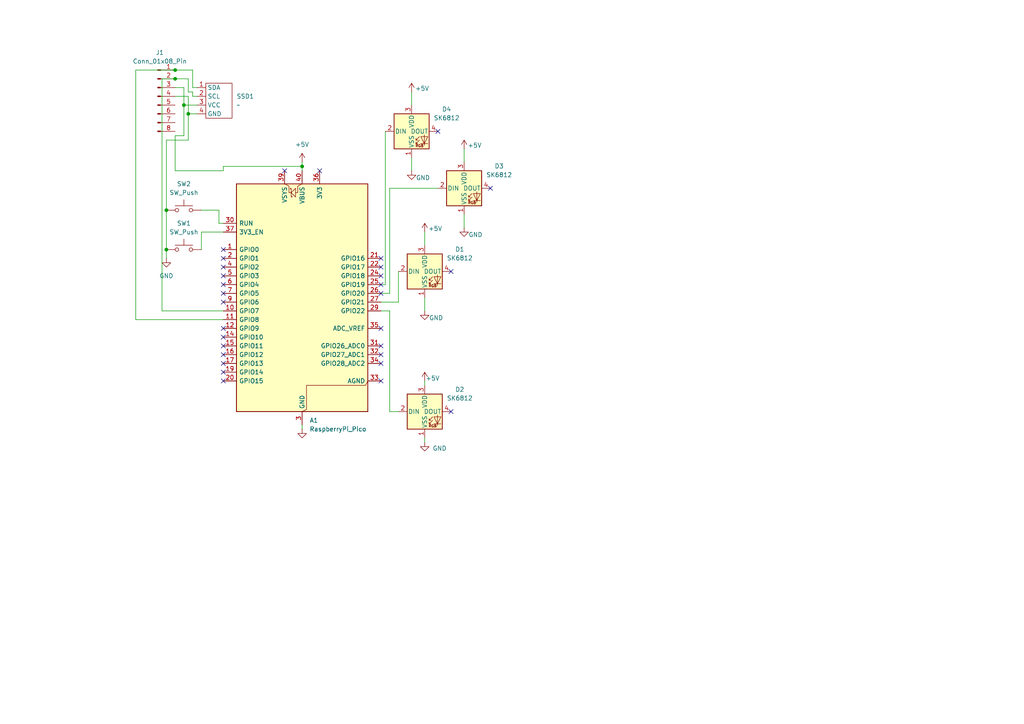
<source format=kicad_sch>
(kicad_sch
	(version 20250114)
	(generator "eeschema")
	(generator_version "9.0")
	(uuid "dd08e0d4-6302-45cc-b466-5ca642ff4647")
	(paper "A4")
	(lib_symbols
		(symbol "Connector:Conn_01x08_Pin"
			(pin_names
				(offset 1.016)
				(hide yes)
			)
			(exclude_from_sim no)
			(in_bom yes)
			(on_board yes)
			(property "Reference" "J"
				(at 0 10.16 0)
				(effects
					(font
						(size 1.27 1.27)
					)
				)
			)
			(property "Value" "Conn_01x08_Pin"
				(at 0 -12.7 0)
				(effects
					(font
						(size 1.27 1.27)
					)
				)
			)
			(property "Footprint" ""
				(at 0 0 0)
				(effects
					(font
						(size 1.27 1.27)
					)
					(hide yes)
				)
			)
			(property "Datasheet" "~"
				(at 0 0 0)
				(effects
					(font
						(size 1.27 1.27)
					)
					(hide yes)
				)
			)
			(property "Description" "Generic connector, single row, 01x08, script generated"
				(at 0 0 0)
				(effects
					(font
						(size 1.27 1.27)
					)
					(hide yes)
				)
			)
			(property "ki_locked" ""
				(at 0 0 0)
				(effects
					(font
						(size 1.27 1.27)
					)
				)
			)
			(property "ki_keywords" "connector"
				(at 0 0 0)
				(effects
					(font
						(size 1.27 1.27)
					)
					(hide yes)
				)
			)
			(property "ki_fp_filters" "Connector*:*_1x??_*"
				(at 0 0 0)
				(effects
					(font
						(size 1.27 1.27)
					)
					(hide yes)
				)
			)
			(symbol "Conn_01x08_Pin_1_1"
				(rectangle
					(start 0.8636 7.747)
					(end 0 7.493)
					(stroke
						(width 0.1524)
						(type default)
					)
					(fill
						(type outline)
					)
				)
				(rectangle
					(start 0.8636 5.207)
					(end 0 4.953)
					(stroke
						(width 0.1524)
						(type default)
					)
					(fill
						(type outline)
					)
				)
				(rectangle
					(start 0.8636 2.667)
					(end 0 2.413)
					(stroke
						(width 0.1524)
						(type default)
					)
					(fill
						(type outline)
					)
				)
				(rectangle
					(start 0.8636 0.127)
					(end 0 -0.127)
					(stroke
						(width 0.1524)
						(type default)
					)
					(fill
						(type outline)
					)
				)
				(rectangle
					(start 0.8636 -2.413)
					(end 0 -2.667)
					(stroke
						(width 0.1524)
						(type default)
					)
					(fill
						(type outline)
					)
				)
				(rectangle
					(start 0.8636 -4.953)
					(end 0 -5.207)
					(stroke
						(width 0.1524)
						(type default)
					)
					(fill
						(type outline)
					)
				)
				(rectangle
					(start 0.8636 -7.493)
					(end 0 -7.747)
					(stroke
						(width 0.1524)
						(type default)
					)
					(fill
						(type outline)
					)
				)
				(rectangle
					(start 0.8636 -10.033)
					(end 0 -10.287)
					(stroke
						(width 0.1524)
						(type default)
					)
					(fill
						(type outline)
					)
				)
				(polyline
					(pts
						(xy 1.27 7.62) (xy 0.8636 7.62)
					)
					(stroke
						(width 0.1524)
						(type default)
					)
					(fill
						(type none)
					)
				)
				(polyline
					(pts
						(xy 1.27 5.08) (xy 0.8636 5.08)
					)
					(stroke
						(width 0.1524)
						(type default)
					)
					(fill
						(type none)
					)
				)
				(polyline
					(pts
						(xy 1.27 2.54) (xy 0.8636 2.54)
					)
					(stroke
						(width 0.1524)
						(type default)
					)
					(fill
						(type none)
					)
				)
				(polyline
					(pts
						(xy 1.27 0) (xy 0.8636 0)
					)
					(stroke
						(width 0.1524)
						(type default)
					)
					(fill
						(type none)
					)
				)
				(polyline
					(pts
						(xy 1.27 -2.54) (xy 0.8636 -2.54)
					)
					(stroke
						(width 0.1524)
						(type default)
					)
					(fill
						(type none)
					)
				)
				(polyline
					(pts
						(xy 1.27 -5.08) (xy 0.8636 -5.08)
					)
					(stroke
						(width 0.1524)
						(type default)
					)
					(fill
						(type none)
					)
				)
				(polyline
					(pts
						(xy 1.27 -7.62) (xy 0.8636 -7.62)
					)
					(stroke
						(width 0.1524)
						(type default)
					)
					(fill
						(type none)
					)
				)
				(polyline
					(pts
						(xy 1.27 -10.16) (xy 0.8636 -10.16)
					)
					(stroke
						(width 0.1524)
						(type default)
					)
					(fill
						(type none)
					)
				)
				(pin passive line
					(at 5.08 7.62 180)
					(length 3.81)
					(name "Pin_1"
						(effects
							(font
								(size 1.27 1.27)
							)
						)
					)
					(number "1"
						(effects
							(font
								(size 1.27 1.27)
							)
						)
					)
				)
				(pin passive line
					(at 5.08 5.08 180)
					(length 3.81)
					(name "Pin_2"
						(effects
							(font
								(size 1.27 1.27)
							)
						)
					)
					(number "2"
						(effects
							(font
								(size 1.27 1.27)
							)
						)
					)
				)
				(pin passive line
					(at 5.08 2.54 180)
					(length 3.81)
					(name "Pin_3"
						(effects
							(font
								(size 1.27 1.27)
							)
						)
					)
					(number "3"
						(effects
							(font
								(size 1.27 1.27)
							)
						)
					)
				)
				(pin passive line
					(at 5.08 0 180)
					(length 3.81)
					(name "Pin_4"
						(effects
							(font
								(size 1.27 1.27)
							)
						)
					)
					(number "4"
						(effects
							(font
								(size 1.27 1.27)
							)
						)
					)
				)
				(pin passive line
					(at 5.08 -2.54 180)
					(length 3.81)
					(name "Pin_5"
						(effects
							(font
								(size 1.27 1.27)
							)
						)
					)
					(number "5"
						(effects
							(font
								(size 1.27 1.27)
							)
						)
					)
				)
				(pin passive line
					(at 5.08 -5.08 180)
					(length 3.81)
					(name "Pin_6"
						(effects
							(font
								(size 1.27 1.27)
							)
						)
					)
					(number "6"
						(effects
							(font
								(size 1.27 1.27)
							)
						)
					)
				)
				(pin passive line
					(at 5.08 -7.62 180)
					(length 3.81)
					(name "Pin_7"
						(effects
							(font
								(size 1.27 1.27)
							)
						)
					)
					(number "7"
						(effects
							(font
								(size 1.27 1.27)
							)
						)
					)
				)
				(pin passive line
					(at 5.08 -10.16 180)
					(length 3.81)
					(name "Pin_8"
						(effects
							(font
								(size 1.27 1.27)
							)
						)
					)
					(number "8"
						(effects
							(font
								(size 1.27 1.27)
							)
						)
					)
				)
			)
			(embedded_fonts no)
		)
		(symbol "LED:SK6812"
			(pin_names
				(offset 0.254)
			)
			(exclude_from_sim no)
			(in_bom yes)
			(on_board yes)
			(property "Reference" "D"
				(at 5.08 5.715 0)
				(effects
					(font
						(size 1.27 1.27)
					)
					(justify right bottom)
				)
			)
			(property "Value" "SK6812"
				(at 1.27 -5.715 0)
				(effects
					(font
						(size 1.27 1.27)
					)
					(justify left top)
				)
			)
			(property "Footprint" "LED_SMD:LED_SK6812_PLCC4_5.0x5.0mm_P3.2mm"
				(at 1.27 -7.62 0)
				(effects
					(font
						(size 1.27 1.27)
					)
					(justify left top)
					(hide yes)
				)
			)
			(property "Datasheet" "https://cdn-shop.adafruit.com/product-files/1138/SK6812+LED+datasheet+.pdf"
				(at 2.54 -9.525 0)
				(effects
					(font
						(size 1.27 1.27)
					)
					(justify left top)
					(hide yes)
				)
			)
			(property "Description" "RGB LED with integrated controller"
				(at 0 0 0)
				(effects
					(font
						(size 1.27 1.27)
					)
					(hide yes)
				)
			)
			(property "ki_keywords" "RGB LED NeoPixel addressable"
				(at 0 0 0)
				(effects
					(font
						(size 1.27 1.27)
					)
					(hide yes)
				)
			)
			(property "ki_fp_filters" "LED*SK6812*PLCC*5.0x5.0mm*P3.2mm*"
				(at 0 0 0)
				(effects
					(font
						(size 1.27 1.27)
					)
					(hide yes)
				)
			)
			(symbol "SK6812_0_0"
				(text "RGB"
					(at 2.286 -4.191 0)
					(effects
						(font
							(size 0.762 0.762)
						)
					)
				)
			)
			(symbol "SK6812_0_1"
				(polyline
					(pts
						(xy 1.27 -2.54) (xy 1.778 -2.54)
					)
					(stroke
						(width 0)
						(type default)
					)
					(fill
						(type none)
					)
				)
				(polyline
					(pts
						(xy 1.27 -3.556) (xy 1.778 -3.556)
					)
					(stroke
						(width 0)
						(type default)
					)
					(fill
						(type none)
					)
				)
				(polyline
					(pts
						(xy 2.286 -1.524) (xy 1.27 -2.54) (xy 1.27 -2.032)
					)
					(stroke
						(width 0)
						(type default)
					)
					(fill
						(type none)
					)
				)
				(polyline
					(pts
						(xy 2.286 -2.54) (xy 1.27 -3.556) (xy 1.27 -3.048)
					)
					(stroke
						(width 0)
						(type default)
					)
					(fill
						(type none)
					)
				)
				(polyline
					(pts
						(xy 3.683 -1.016) (xy 3.683 -3.556) (xy 3.683 -4.064)
					)
					(stroke
						(width 0)
						(type default)
					)
					(fill
						(type none)
					)
				)
				(polyline
					(pts
						(xy 4.699 -1.524) (xy 2.667 -1.524) (xy 3.683 -3.556) (xy 4.699 -1.524)
					)
					(stroke
						(width 0)
						(type default)
					)
					(fill
						(type none)
					)
				)
				(polyline
					(pts
						(xy 4.699 -3.556) (xy 2.667 -3.556)
					)
					(stroke
						(width 0)
						(type default)
					)
					(fill
						(type none)
					)
				)
				(rectangle
					(start 5.08 5.08)
					(end -5.08 -5.08)
					(stroke
						(width 0.254)
						(type default)
					)
					(fill
						(type background)
					)
				)
			)
			(symbol "SK6812_1_1"
				(pin input line
					(at -7.62 0 0)
					(length 2.54)
					(name "DIN"
						(effects
							(font
								(size 1.27 1.27)
							)
						)
					)
					(number "2"
						(effects
							(font
								(size 1.27 1.27)
							)
						)
					)
				)
				(pin power_in line
					(at 0 7.62 270)
					(length 2.54)
					(name "VDD"
						(effects
							(font
								(size 1.27 1.27)
							)
						)
					)
					(number "3"
						(effects
							(font
								(size 1.27 1.27)
							)
						)
					)
				)
				(pin power_in line
					(at 0 -7.62 90)
					(length 2.54)
					(name "VSS"
						(effects
							(font
								(size 1.27 1.27)
							)
						)
					)
					(number "1"
						(effects
							(font
								(size 1.27 1.27)
							)
						)
					)
				)
				(pin output line
					(at 7.62 0 180)
					(length 2.54)
					(name "DOUT"
						(effects
							(font
								(size 1.27 1.27)
							)
						)
					)
					(number "4"
						(effects
							(font
								(size 1.27 1.27)
							)
						)
					)
				)
			)
			(embedded_fonts no)
		)
		(symbol "MCU_Module:RaspberryPi_Pico"
			(pin_names
				(offset 0.762)
			)
			(exclude_from_sim no)
			(in_bom yes)
			(on_board yes)
			(property "Reference" "A"
				(at -19.05 35.56 0)
				(effects
					(font
						(size 1.27 1.27)
					)
					(justify left)
				)
			)
			(property "Value" "RaspberryPi_Pico"
				(at 7.62 35.56 0)
				(effects
					(font
						(size 1.27 1.27)
					)
					(justify left)
				)
			)
			(property "Footprint" "Module:RaspberryPi_Pico_Common_Unspecified"
				(at 0 -46.99 0)
				(effects
					(font
						(size 1.27 1.27)
					)
					(hide yes)
				)
			)
			(property "Datasheet" "https://datasheets.raspberrypi.com/pico/pico-datasheet.pdf"
				(at 0 -49.53 0)
				(effects
					(font
						(size 1.27 1.27)
					)
					(hide yes)
				)
			)
			(property "Description" "Versatile and inexpensive microcontroller module powered by RP2040 dual-core Arm Cortex-M0+ processor up to 133 MHz, 264kB SRAM, 2MB QSPI flash; also supports Raspberry Pi Pico 2"
				(at 0 -52.07 0)
				(effects
					(font
						(size 1.27 1.27)
					)
					(hide yes)
				)
			)
			(property "ki_keywords" "RP2350A M33 RISC-V Hazard3 usb"
				(at 0 0 0)
				(effects
					(font
						(size 1.27 1.27)
					)
					(hide yes)
				)
			)
			(property "ki_fp_filters" "RaspberryPi?Pico?Common* RaspberryPi?Pico?SMD*"
				(at 0 0 0)
				(effects
					(font
						(size 1.27 1.27)
					)
					(hide yes)
				)
			)
			(symbol "RaspberryPi_Pico_0_1"
				(rectangle
					(start -19.05 34.29)
					(end 19.05 -31.75)
					(stroke
						(width 0.254)
						(type default)
					)
					(fill
						(type background)
					)
				)
				(polyline
					(pts
						(xy -5.08 34.29) (xy -3.81 33.655) (xy -3.81 31.75) (xy -3.175 31.75)
					)
					(stroke
						(width 0)
						(type default)
					)
					(fill
						(type none)
					)
				)
				(polyline
					(pts
						(xy -3.429 32.766) (xy -3.429 33.02) (xy -3.175 33.02) (xy -3.175 30.48) (xy -2.921 30.48) (xy -2.921 30.734)
					)
					(stroke
						(width 0)
						(type default)
					)
					(fill
						(type none)
					)
				)
				(polyline
					(pts
						(xy -3.175 31.75) (xy -1.905 33.02) (xy -1.905 30.48) (xy -3.175 31.75)
					)
					(stroke
						(width 0)
						(type default)
					)
					(fill
						(type none)
					)
				)
				(polyline
					(pts
						(xy 0 34.29) (xy -1.27 33.655) (xy -1.27 31.75) (xy -1.905 31.75)
					)
					(stroke
						(width 0)
						(type default)
					)
					(fill
						(type none)
					)
				)
				(polyline
					(pts
						(xy 0 -31.75) (xy 1.27 -31.115) (xy 1.27 -24.13) (xy 18.415 -24.13) (xy 19.05 -22.86)
					)
					(stroke
						(width 0)
						(type default)
					)
					(fill
						(type none)
					)
				)
			)
			(symbol "RaspberryPi_Pico_1_1"
				(pin passive line
					(at -22.86 22.86 0)
					(length 3.81)
					(name "RUN"
						(effects
							(font
								(size 1.27 1.27)
							)
						)
					)
					(number "30"
						(effects
							(font
								(size 1.27 1.27)
							)
						)
					)
					(alternate "~{RESET}" passive line)
				)
				(pin passive line
					(at -22.86 20.32 0)
					(length 3.81)
					(name "3V3_EN"
						(effects
							(font
								(size 1.27 1.27)
							)
						)
					)
					(number "37"
						(effects
							(font
								(size 1.27 1.27)
							)
						)
					)
					(alternate "~{3V3_DISABLE}" passive line)
				)
				(pin bidirectional line
					(at -22.86 15.24 0)
					(length 3.81)
					(name "GPIO0"
						(effects
							(font
								(size 1.27 1.27)
							)
						)
					)
					(number "1"
						(effects
							(font
								(size 1.27 1.27)
							)
						)
					)
					(alternate "I2C0_SDA" bidirectional line)
					(alternate "PWM0_A" output line)
					(alternate "SPI0_RX" input line)
					(alternate "UART0_TX" output line)
					(alternate "USB_OVCUR_DET" input line)
				)
				(pin bidirectional line
					(at -22.86 12.7 0)
					(length 3.81)
					(name "GPIO1"
						(effects
							(font
								(size 1.27 1.27)
							)
						)
					)
					(number "2"
						(effects
							(font
								(size 1.27 1.27)
							)
						)
					)
					(alternate "I2C0_SCL" bidirectional clock)
					(alternate "PWM0_B" bidirectional line)
					(alternate "UART0_RX" input line)
					(alternate "USB_VBUS_DET" passive line)
					(alternate "~{SPI0_CSn}" bidirectional line)
				)
				(pin bidirectional line
					(at -22.86 10.16 0)
					(length 3.81)
					(name "GPIO2"
						(effects
							(font
								(size 1.27 1.27)
							)
						)
					)
					(number "4"
						(effects
							(font
								(size 1.27 1.27)
							)
						)
					)
					(alternate "I2C1_SDA" bidirectional line)
					(alternate "PWM1_A" output line)
					(alternate "SPI0_SCK" bidirectional clock)
					(alternate "UART0_CTS" input line)
					(alternate "USB_VBUS_EN" output line)
				)
				(pin bidirectional line
					(at -22.86 7.62 0)
					(length 3.81)
					(name "GPIO3"
						(effects
							(font
								(size 1.27 1.27)
							)
						)
					)
					(number "5"
						(effects
							(font
								(size 1.27 1.27)
							)
						)
					)
					(alternate "I2C1_SCL" bidirectional clock)
					(alternate "PWM1_B" bidirectional line)
					(alternate "SPI0_TX" output line)
					(alternate "UART0_RTS" output line)
					(alternate "USB_OVCUR_DET" input line)
				)
				(pin bidirectional line
					(at -22.86 5.08 0)
					(length 3.81)
					(name "GPIO4"
						(effects
							(font
								(size 1.27 1.27)
							)
						)
					)
					(number "6"
						(effects
							(font
								(size 1.27 1.27)
							)
						)
					)
					(alternate "I2C0_SDA" bidirectional line)
					(alternate "PWM2_A" output line)
					(alternate "SPI0_RX" input line)
					(alternate "UART1_TX" output line)
					(alternate "USB_VBUS_DET" input line)
				)
				(pin bidirectional line
					(at -22.86 2.54 0)
					(length 3.81)
					(name "GPIO5"
						(effects
							(font
								(size 1.27 1.27)
							)
						)
					)
					(number "7"
						(effects
							(font
								(size 1.27 1.27)
							)
						)
					)
					(alternate "I2C0_SCL" bidirectional clock)
					(alternate "PWM2_B" bidirectional line)
					(alternate "UART1_RX" input line)
					(alternate "USB_VBUS_EN" output line)
					(alternate "~{SPI0_CSn}" bidirectional line)
				)
				(pin bidirectional line
					(at -22.86 0 0)
					(length 3.81)
					(name "GPIO6"
						(effects
							(font
								(size 1.27 1.27)
							)
						)
					)
					(number "9"
						(effects
							(font
								(size 1.27 1.27)
							)
						)
					)
					(alternate "I2C1_SDA" bidirectional line)
					(alternate "PWM3_A" output line)
					(alternate "SPI0_SCK" bidirectional clock)
					(alternate "UART1_CTS" input line)
					(alternate "USB_OVCUR_DET" input line)
				)
				(pin bidirectional line
					(at -22.86 -2.54 0)
					(length 3.81)
					(name "GPIO7"
						(effects
							(font
								(size 1.27 1.27)
							)
						)
					)
					(number "10"
						(effects
							(font
								(size 1.27 1.27)
							)
						)
					)
					(alternate "I2C1_SCL" bidirectional clock)
					(alternate "PWM3_B" bidirectional line)
					(alternate "SPI0_TX" output line)
					(alternate "UART1_RTS" output line)
					(alternate "USB_VBUS_DET" input line)
				)
				(pin bidirectional line
					(at -22.86 -5.08 0)
					(length 3.81)
					(name "GPIO8"
						(effects
							(font
								(size 1.27 1.27)
							)
						)
					)
					(number "11"
						(effects
							(font
								(size 1.27 1.27)
							)
						)
					)
					(alternate "I2C0_SDA" bidirectional line)
					(alternate "PWM4_A" output line)
					(alternate "SPI1_RX" input line)
					(alternate "UART1_TX" output line)
					(alternate "USB_VBUS_EN" output line)
				)
				(pin bidirectional line
					(at -22.86 -7.62 0)
					(length 3.81)
					(name "GPIO9"
						(effects
							(font
								(size 1.27 1.27)
							)
						)
					)
					(number "12"
						(effects
							(font
								(size 1.27 1.27)
							)
						)
					)
					(alternate "I2C0_SCL" bidirectional clock)
					(alternate "PWM4_B" bidirectional line)
					(alternate "UART1_RX" input line)
					(alternate "USB_OVCUR_DET" input line)
					(alternate "~{SPI1_CSn}" bidirectional line)
				)
				(pin bidirectional line
					(at -22.86 -10.16 0)
					(length 3.81)
					(name "GPIO10"
						(effects
							(font
								(size 1.27 1.27)
							)
						)
					)
					(number "14"
						(effects
							(font
								(size 1.27 1.27)
							)
						)
					)
					(alternate "I2C1_SDA" bidirectional line)
					(alternate "PWM5_A" output line)
					(alternate "SPI1_SCK" bidirectional clock)
					(alternate "UART1_CTS" input line)
					(alternate "USB_VBUS_DET" input line)
				)
				(pin bidirectional line
					(at -22.86 -12.7 0)
					(length 3.81)
					(name "GPIO11"
						(effects
							(font
								(size 1.27 1.27)
							)
						)
					)
					(number "15"
						(effects
							(font
								(size 1.27 1.27)
							)
						)
					)
					(alternate "I2C1_SCL" bidirectional clock)
					(alternate "PWM5_B" bidirectional line)
					(alternate "SPI1_TX" output line)
					(alternate "UART1_RTS" output line)
					(alternate "USB_VBUS_EN" output line)
				)
				(pin bidirectional line
					(at -22.86 -15.24 0)
					(length 3.81)
					(name "GPIO12"
						(effects
							(font
								(size 1.27 1.27)
							)
						)
					)
					(number "16"
						(effects
							(font
								(size 1.27 1.27)
							)
						)
					)
					(alternate "I2C0_SDA" bidirectional line)
					(alternate "PWM6_A" output line)
					(alternate "SPI1_RX" input line)
					(alternate "UART0_TX" output line)
					(alternate "USB_OVCUR_DET" input line)
				)
				(pin bidirectional line
					(at -22.86 -17.78 0)
					(length 3.81)
					(name "GPIO13"
						(effects
							(font
								(size 1.27 1.27)
							)
						)
					)
					(number "17"
						(effects
							(font
								(size 1.27 1.27)
							)
						)
					)
					(alternate "I2C0_SCL" bidirectional clock)
					(alternate "PWM6_B" bidirectional line)
					(alternate "UART0_RX" input line)
					(alternate "USB_VBUS_DET" input line)
					(alternate "~{SPI1_CSn}" bidirectional line)
				)
				(pin bidirectional line
					(at -22.86 -20.32 0)
					(length 3.81)
					(name "GPIO14"
						(effects
							(font
								(size 1.27 1.27)
							)
						)
					)
					(number "19"
						(effects
							(font
								(size 1.27 1.27)
							)
						)
					)
					(alternate "I2C1_SDA" bidirectional line)
					(alternate "PWM7_A" output line)
					(alternate "SPI1_SCK" bidirectional clock)
					(alternate "UART0_CTS" input line)
					(alternate "USB_VBUS_EN" output line)
				)
				(pin bidirectional line
					(at -22.86 -22.86 0)
					(length 3.81)
					(name "GPIO15"
						(effects
							(font
								(size 1.27 1.27)
							)
						)
					)
					(number "20"
						(effects
							(font
								(size 1.27 1.27)
							)
						)
					)
					(alternate "I2C1_SCL" bidirectional clock)
					(alternate "PWM7_B" bidirectional line)
					(alternate "SPI1_TX" output line)
					(alternate "UART0_RTS" output line)
					(alternate "USB_OVCUR_DET" input line)
				)
				(pin power_in line
					(at -5.08 38.1 270)
					(length 3.81)
					(name "VSYS"
						(effects
							(font
								(size 1.27 1.27)
							)
						)
					)
					(number "39"
						(effects
							(font
								(size 1.27 1.27)
							)
						)
					)
					(alternate "VSYS_OUT" power_out line)
				)
				(pin power_out line
					(at 0 38.1 270)
					(length 3.81)
					(name "VBUS"
						(effects
							(font
								(size 1.27 1.27)
							)
						)
					)
					(number "40"
						(effects
							(font
								(size 1.27 1.27)
							)
						)
					)
					(alternate "VBUS_IN" power_in line)
				)
				(pin passive line
					(at 0 -35.56 90)
					(length 3.81)
					(hide yes)
					(name "GND"
						(effects
							(font
								(size 1.27 1.27)
							)
						)
					)
					(number "13"
						(effects
							(font
								(size 1.27 1.27)
							)
						)
					)
				)
				(pin passive line
					(at 0 -35.56 90)
					(length 3.81)
					(hide yes)
					(name "GND"
						(effects
							(font
								(size 1.27 1.27)
							)
						)
					)
					(number "18"
						(effects
							(font
								(size 1.27 1.27)
							)
						)
					)
				)
				(pin passive line
					(at 0 -35.56 90)
					(length 3.81)
					(hide yes)
					(name "GND"
						(effects
							(font
								(size 1.27 1.27)
							)
						)
					)
					(number "23"
						(effects
							(font
								(size 1.27 1.27)
							)
						)
					)
				)
				(pin passive line
					(at 0 -35.56 90)
					(length 3.81)
					(hide yes)
					(name "GND"
						(effects
							(font
								(size 1.27 1.27)
							)
						)
					)
					(number "28"
						(effects
							(font
								(size 1.27 1.27)
							)
						)
					)
				)
				(pin power_out line
					(at 0 -35.56 90)
					(length 3.81)
					(name "GND"
						(effects
							(font
								(size 1.27 1.27)
							)
						)
					)
					(number "3"
						(effects
							(font
								(size 1.27 1.27)
							)
						)
					)
					(alternate "GND_IN" power_in line)
				)
				(pin passive line
					(at 0 -35.56 90)
					(length 3.81)
					(hide yes)
					(name "GND"
						(effects
							(font
								(size 1.27 1.27)
							)
						)
					)
					(number "38"
						(effects
							(font
								(size 1.27 1.27)
							)
						)
					)
				)
				(pin passive line
					(at 0 -35.56 90)
					(length 3.81)
					(hide yes)
					(name "GND"
						(effects
							(font
								(size 1.27 1.27)
							)
						)
					)
					(number "8"
						(effects
							(font
								(size 1.27 1.27)
							)
						)
					)
				)
				(pin power_out line
					(at 5.08 38.1 270)
					(length 3.81)
					(name "3V3"
						(effects
							(font
								(size 1.27 1.27)
							)
						)
					)
					(number "36"
						(effects
							(font
								(size 1.27 1.27)
							)
						)
					)
				)
				(pin bidirectional line
					(at 22.86 12.7 180)
					(length 3.81)
					(name "GPIO16"
						(effects
							(font
								(size 1.27 1.27)
							)
						)
					)
					(number "21"
						(effects
							(font
								(size 1.27 1.27)
							)
						)
					)
					(alternate "I2C0_SDA" bidirectional line)
					(alternate "PWM0_A" output line)
					(alternate "SPI0_RX" input line)
					(alternate "UART0_TX" output line)
					(alternate "USB_VBUS_DET" input line)
				)
				(pin bidirectional line
					(at 22.86 10.16 180)
					(length 3.81)
					(name "GPIO17"
						(effects
							(font
								(size 1.27 1.27)
							)
						)
					)
					(number "22"
						(effects
							(font
								(size 1.27 1.27)
							)
						)
					)
					(alternate "I2C0_SCL" bidirectional clock)
					(alternate "PWM0_B" bidirectional line)
					(alternate "UART0_RX" input line)
					(alternate "USB_VBUS_EN" output line)
					(alternate "~{SPI0_CSn}" bidirectional line)
				)
				(pin bidirectional line
					(at 22.86 7.62 180)
					(length 3.81)
					(name "GPIO18"
						(effects
							(font
								(size 1.27 1.27)
							)
						)
					)
					(number "24"
						(effects
							(font
								(size 1.27 1.27)
							)
						)
					)
					(alternate "I2C1_SDA" bidirectional line)
					(alternate "PWM1_A" output line)
					(alternate "SPI0_SCK" bidirectional clock)
					(alternate "UART0_CTS" input line)
					(alternate "USB_OVCUR_DET" input line)
				)
				(pin bidirectional line
					(at 22.86 5.08 180)
					(length 3.81)
					(name "GPIO19"
						(effects
							(font
								(size 1.27 1.27)
							)
						)
					)
					(number "25"
						(effects
							(font
								(size 1.27 1.27)
							)
						)
					)
					(alternate "I2C1_SCL" bidirectional clock)
					(alternate "PWM1_B" bidirectional line)
					(alternate "SPI0_TX" output line)
					(alternate "UART0_RTS" output line)
					(alternate "USB_VBUS_DET" input line)
				)
				(pin bidirectional line
					(at 22.86 2.54 180)
					(length 3.81)
					(name "GPIO20"
						(effects
							(font
								(size 1.27 1.27)
							)
						)
					)
					(number "26"
						(effects
							(font
								(size 1.27 1.27)
							)
						)
					)
					(alternate "CLOCK_GPIN0" input clock)
					(alternate "I2C0_SDA" bidirectional line)
					(alternate "PWM2_A" output line)
					(alternate "SPI0_RX" input line)
					(alternate "UART1_TX" output line)
					(alternate "USB_VBUS_EN" output line)
				)
				(pin bidirectional line
					(at 22.86 0 180)
					(length 3.81)
					(name "GPIO21"
						(effects
							(font
								(size 1.27 1.27)
							)
						)
					)
					(number "27"
						(effects
							(font
								(size 1.27 1.27)
							)
						)
					)
					(alternate "CLOCK_GPOUT0" output clock)
					(alternate "I2C0_SCL" bidirectional clock)
					(alternate "PWM2_B" bidirectional line)
					(alternate "UART1_RX" input line)
					(alternate "USB_OVCUR_DET" input line)
					(alternate "~{SPI0_CSn}" bidirectional line)
				)
				(pin bidirectional line
					(at 22.86 -2.54 180)
					(length 3.81)
					(name "GPIO22"
						(effects
							(font
								(size 1.27 1.27)
							)
						)
					)
					(number "29"
						(effects
							(font
								(size 1.27 1.27)
							)
						)
					)
					(alternate "CLOCK_GPIN1" input clock)
					(alternate "I2C1_SDA" bidirectional line)
					(alternate "PWM3_A" output line)
					(alternate "SPI0_SCK" bidirectional clock)
					(alternate "UART1_CTS" input line)
					(alternate "USB_VBUS_DET" input line)
				)
				(pin power_in line
					(at 22.86 -7.62 180)
					(length 3.81)
					(name "ADC_VREF"
						(effects
							(font
								(size 1.27 1.27)
							)
						)
					)
					(number "35"
						(effects
							(font
								(size 1.27 1.27)
							)
						)
					)
				)
				(pin bidirectional line
					(at 22.86 -12.7 180)
					(length 3.81)
					(name "GPIO26_ADC0"
						(effects
							(font
								(size 1.27 1.27)
							)
						)
					)
					(number "31"
						(effects
							(font
								(size 1.27 1.27)
							)
						)
					)
					(alternate "ADC0" input line)
					(alternate "GPIO26" bidirectional line)
					(alternate "I2C1_SDA" bidirectional line)
					(alternate "PWM5_A" output line)
					(alternate "SPI1_SCK" bidirectional clock)
					(alternate "UART1_CTS" input line)
					(alternate "USB_VBUS_EN" output line)
				)
				(pin bidirectional line
					(at 22.86 -15.24 180)
					(length 3.81)
					(name "GPIO27_ADC1"
						(effects
							(font
								(size 1.27 1.27)
							)
						)
					)
					(number "32"
						(effects
							(font
								(size 1.27 1.27)
							)
						)
					)
					(alternate "ADC1" input line)
					(alternate "GPIO27" bidirectional line)
					(alternate "I2C1_SCL" bidirectional clock)
					(alternate "PWM5_B" bidirectional line)
					(alternate "SPI1_TX" output line)
					(alternate "UART1_RTS" output line)
					(alternate "USB_OVCUR_DET" input line)
				)
				(pin bidirectional line
					(at 22.86 -17.78 180)
					(length 3.81)
					(name "GPIO28_ADC2"
						(effects
							(font
								(size 1.27 1.27)
							)
						)
					)
					(number "34"
						(effects
							(font
								(size 1.27 1.27)
							)
						)
					)
					(alternate "ADC2" input line)
					(alternate "GPIO28" bidirectional line)
					(alternate "I2C0_SDA" bidirectional line)
					(alternate "PWM6_A" output line)
					(alternate "SPI1_RX" input line)
					(alternate "UART0_TX" output line)
					(alternate "USB_VBUS_DET" input line)
				)
				(pin power_out line
					(at 22.86 -22.86 180)
					(length 3.81)
					(name "AGND"
						(effects
							(font
								(size 1.27 1.27)
							)
						)
					)
					(number "33"
						(effects
							(font
								(size 1.27 1.27)
							)
						)
					)
					(alternate "GND" passive line)
				)
			)
			(embedded_fonts no)
		)
		(symbol "Switch:SW_Push"
			(pin_numbers
				(hide yes)
			)
			(pin_names
				(offset 1.016)
				(hide yes)
			)
			(exclude_from_sim no)
			(in_bom yes)
			(on_board yes)
			(property "Reference" "SW"
				(at 1.27 2.54 0)
				(effects
					(font
						(size 1.27 1.27)
					)
					(justify left)
				)
			)
			(property "Value" "SW_Push"
				(at 0 -1.524 0)
				(effects
					(font
						(size 1.27 1.27)
					)
				)
			)
			(property "Footprint" ""
				(at 0 5.08 0)
				(effects
					(font
						(size 1.27 1.27)
					)
					(hide yes)
				)
			)
			(property "Datasheet" "~"
				(at 0 5.08 0)
				(effects
					(font
						(size 1.27 1.27)
					)
					(hide yes)
				)
			)
			(property "Description" "Push button switch, generic, two pins"
				(at 0 0 0)
				(effects
					(font
						(size 1.27 1.27)
					)
					(hide yes)
				)
			)
			(property "ki_keywords" "switch normally-open pushbutton push-button"
				(at 0 0 0)
				(effects
					(font
						(size 1.27 1.27)
					)
					(hide yes)
				)
			)
			(symbol "SW_Push_0_1"
				(circle
					(center -2.032 0)
					(radius 0.508)
					(stroke
						(width 0)
						(type default)
					)
					(fill
						(type none)
					)
				)
				(polyline
					(pts
						(xy 0 1.27) (xy 0 3.048)
					)
					(stroke
						(width 0)
						(type default)
					)
					(fill
						(type none)
					)
				)
				(circle
					(center 2.032 0)
					(radius 0.508)
					(stroke
						(width 0)
						(type default)
					)
					(fill
						(type none)
					)
				)
				(polyline
					(pts
						(xy 2.54 1.27) (xy -2.54 1.27)
					)
					(stroke
						(width 0)
						(type default)
					)
					(fill
						(type none)
					)
				)
				(pin passive line
					(at -5.08 0 0)
					(length 2.54)
					(name "1"
						(effects
							(font
								(size 1.27 1.27)
							)
						)
					)
					(number "1"
						(effects
							(font
								(size 1.27 1.27)
							)
						)
					)
				)
				(pin passive line
					(at 5.08 0 180)
					(length 2.54)
					(name "2"
						(effects
							(font
								(size 1.27 1.27)
							)
						)
					)
					(number "2"
						(effects
							(font
								(size 1.27 1.27)
							)
						)
					)
				)
			)
			(embedded_fonts no)
		)
		(symbol "power:+5V"
			(power)
			(pin_numbers
				(hide yes)
			)
			(pin_names
				(offset 0)
				(hide yes)
			)
			(exclude_from_sim no)
			(in_bom yes)
			(on_board yes)
			(property "Reference" "#PWR"
				(at 0 -3.81 0)
				(effects
					(font
						(size 1.27 1.27)
					)
					(hide yes)
				)
			)
			(property "Value" "+5V"
				(at 0 3.556 0)
				(effects
					(font
						(size 1.27 1.27)
					)
				)
			)
			(property "Footprint" ""
				(at 0 0 0)
				(effects
					(font
						(size 1.27 1.27)
					)
					(hide yes)
				)
			)
			(property "Datasheet" ""
				(at 0 0 0)
				(effects
					(font
						(size 1.27 1.27)
					)
					(hide yes)
				)
			)
			(property "Description" "Power symbol creates a global label with name \"+5V\""
				(at 0 0 0)
				(effects
					(font
						(size 1.27 1.27)
					)
					(hide yes)
				)
			)
			(property "ki_keywords" "global power"
				(at 0 0 0)
				(effects
					(font
						(size 1.27 1.27)
					)
					(hide yes)
				)
			)
			(symbol "+5V_0_1"
				(polyline
					(pts
						(xy -0.762 1.27) (xy 0 2.54)
					)
					(stroke
						(width 0)
						(type default)
					)
					(fill
						(type none)
					)
				)
				(polyline
					(pts
						(xy 0 2.54) (xy 0.762 1.27)
					)
					(stroke
						(width 0)
						(type default)
					)
					(fill
						(type none)
					)
				)
				(polyline
					(pts
						(xy 0 0) (xy 0 2.54)
					)
					(stroke
						(width 0)
						(type default)
					)
					(fill
						(type none)
					)
				)
			)
			(symbol "+5V_1_1"
				(pin power_in line
					(at 0 0 90)
					(length 0)
					(name "~"
						(effects
							(font
								(size 1.27 1.27)
							)
						)
					)
					(number "1"
						(effects
							(font
								(size 1.27 1.27)
							)
						)
					)
				)
			)
			(embedded_fonts no)
		)
		(symbol "power:GND"
			(power)
			(pin_numbers
				(hide yes)
			)
			(pin_names
				(offset 0)
				(hide yes)
			)
			(exclude_from_sim no)
			(in_bom yes)
			(on_board yes)
			(property "Reference" "#PWR"
				(at 0 -6.35 0)
				(effects
					(font
						(size 1.27 1.27)
					)
					(hide yes)
				)
			)
			(property "Value" "GND"
				(at 0 -3.81 0)
				(effects
					(font
						(size 1.27 1.27)
					)
				)
			)
			(property "Footprint" ""
				(at 0 0 0)
				(effects
					(font
						(size 1.27 1.27)
					)
					(hide yes)
				)
			)
			(property "Datasheet" ""
				(at 0 0 0)
				(effects
					(font
						(size 1.27 1.27)
					)
					(hide yes)
				)
			)
			(property "Description" "Power symbol creates a global label with name \"GND\" , ground"
				(at 0 0 0)
				(effects
					(font
						(size 1.27 1.27)
					)
					(hide yes)
				)
			)
			(property "ki_keywords" "global power"
				(at 0 0 0)
				(effects
					(font
						(size 1.27 1.27)
					)
					(hide yes)
				)
			)
			(symbol "GND_0_1"
				(polyline
					(pts
						(xy 0 0) (xy 0 -1.27) (xy 1.27 -1.27) (xy 0 -2.54) (xy -1.27 -1.27) (xy 0 -1.27)
					)
					(stroke
						(width 0)
						(type default)
					)
					(fill
						(type none)
					)
				)
			)
			(symbol "GND_1_1"
				(pin power_in line
					(at 0 0 270)
					(length 0)
					(name "~"
						(effects
							(font
								(size 1.27 1.27)
							)
						)
					)
					(number "1"
						(effects
							(font
								(size 1.27 1.27)
							)
						)
					)
				)
			)
			(embedded_fonts no)
		)
		(symbol "ssd1306:SSD1306"
			(exclude_from_sim no)
			(in_bom yes)
			(on_board yes)
			(property "Reference" "SSD1306"
				(at 0 0 0)
				(effects
					(font
						(size 1.27 1.27)
					)
				)
			)
			(property "Value" ""
				(at 0 0 0)
				(effects
					(font
						(size 1.27 1.27)
					)
				)
			)
			(property "Footprint" ""
				(at 0 0 0)
				(effects
					(font
						(size 1.27 1.27)
					)
					(hide yes)
				)
			)
			(property "Datasheet" ""
				(at 0 0 0)
				(effects
					(font
						(size 1.27 1.27)
					)
					(hide yes)
				)
			)
			(property "Description" ""
				(at 0 0 0)
				(effects
					(font
						(size 1.27 1.27)
					)
					(hide yes)
				)
			)
			(symbol "SSD1306_0_1"
				(rectangle
					(start -1.27 -3.81)
					(end 6.35 -13.97)
					(stroke
						(width 0)
						(type default)
					)
					(fill
						(type none)
					)
				)
			)
			(symbol "SSD1306_1_1"
				(pin bidirectional line
					(at -3.81 -5.08 0)
					(length 2.54)
					(name "SDA"
						(effects
							(font
								(size 1.27 1.27)
							)
						)
					)
					(number "1"
						(effects
							(font
								(size 1.27 1.27)
							)
						)
					)
				)
				(pin bidirectional line
					(at -3.81 -7.62 0)
					(length 2.54)
					(name "SCL"
						(effects
							(font
								(size 1.27 1.27)
							)
						)
					)
					(number "2"
						(effects
							(font
								(size 1.27 1.27)
							)
						)
					)
				)
				(pin power_in line
					(at -3.81 -10.16 0)
					(length 2.54)
					(name "VCC"
						(effects
							(font
								(size 1.27 1.27)
							)
						)
					)
					(number "3"
						(effects
							(font
								(size 1.27 1.27)
							)
						)
					)
				)
				(pin power_in line
					(at -3.81 -12.7 0)
					(length 2.54)
					(name "GND"
						(effects
							(font
								(size 1.27 1.27)
							)
						)
					)
					(number "4"
						(effects
							(font
								(size 1.27 1.27)
							)
						)
					)
				)
			)
			(embedded_fonts no)
		)
	)
	(junction
		(at 48.26 60.96)
		(diameter 0)
		(color 0 0 0 0)
		(uuid "16039d2c-fc04-4028-af42-162b82872b19")
	)
	(junction
		(at 50.8 20.32)
		(diameter 0)
		(color 0 0 0 0)
		(uuid "165f0ffa-a886-4f4d-a1d7-7fe301874574")
	)
	(junction
		(at 50.8 22.86)
		(diameter 0)
		(color 0 0 0 0)
		(uuid "685bf7a8-72a9-4faa-8d1b-58686c762087")
	)
	(junction
		(at 53.34 30.48)
		(diameter 0)
		(color 0 0 0 0)
		(uuid "8f72f177-63d4-4b1f-9da6-6a94ceb9e891")
	)
	(junction
		(at 48.26 72.39)
		(diameter 0)
		(color 0 0 0 0)
		(uuid "b6a0cf9d-fbaf-45c0-836b-cba7e3c19b35")
	)
	(junction
		(at 54.61 33.02)
		(diameter 0)
		(color 0 0 0 0)
		(uuid "c3e2835c-5508-4553-9af4-4b51df355a4e")
	)
	(junction
		(at 87.63 48.26)
		(diameter 0)
		(color 0 0 0 0)
		(uuid "c495499c-0c94-4e66-afa9-4f6ab3cf190a")
	)
	(no_connect
		(at 142.24 54.61)
		(uuid "02052d9b-ff4a-4d3c-a68b-80ac2d32bff5")
	)
	(no_connect
		(at 64.77 95.25)
		(uuid "0eee908f-3b9f-4f95-bbd3-f858f1008af8")
	)
	(no_connect
		(at 64.77 77.47)
		(uuid "1a61259c-bf68-4f3f-8a66-2f4dae11a818")
	)
	(no_connect
		(at 110.49 82.55)
		(uuid "220dfccc-484f-4954-9f9c-e690d5e51045")
	)
	(no_connect
		(at 110.49 77.47)
		(uuid "22d2dfcf-b27a-4390-912a-5e1a34c67b3f")
	)
	(no_connect
		(at 64.77 110.49)
		(uuid "24898743-140c-4394-a0df-a07e08639e4c")
	)
	(no_connect
		(at 130.81 78.74)
		(uuid "359887e3-4d95-4dde-9397-1bd20a4b6842")
	)
	(no_connect
		(at 64.77 102.87)
		(uuid "3f4c2b8b-8767-4bcf-ab1e-ca27d9c67bad")
	)
	(no_connect
		(at 130.81 119.38)
		(uuid "41e5bec5-7485-48a7-88cf-3c87252a715e")
	)
	(no_connect
		(at 110.49 110.49)
		(uuid "4aac9ab5-3bc4-456b-a2ae-c089b10178cc")
	)
	(no_connect
		(at 64.77 97.79)
		(uuid "576596e3-4903-44fb-84ab-bcb06aac8600")
	)
	(no_connect
		(at 82.55 49.53)
		(uuid "72dc4f96-37c6-46ec-b560-136b3994b576")
	)
	(no_connect
		(at 110.49 100.33)
		(uuid "75619ebe-239f-4590-a77a-173f0886846a")
	)
	(no_connect
		(at 110.49 105.41)
		(uuid "777c5fbb-a3cb-4d82-8826-90f050e08491")
	)
	(no_connect
		(at 64.77 105.41)
		(uuid "7ae096a4-6867-40e6-986c-d42926ba83e2")
	)
	(no_connect
		(at 110.49 95.25)
		(uuid "7b0f29a6-eb62-4158-aa9d-b39f93bc31ea")
	)
	(no_connect
		(at 64.77 85.09)
		(uuid "7fd2f392-a943-4fd6-babd-f38757296e15")
	)
	(no_connect
		(at 92.71 49.53)
		(uuid "8053a787-faac-4602-9741-12e36a5de2a5")
	)
	(no_connect
		(at 127 38.1)
		(uuid "85ece6c9-4ca8-43c7-bf8d-fd6a4c8715f1")
	)
	(no_connect
		(at 110.49 74.93)
		(uuid "9cfdc9ef-4cb3-4cac-8cbd-796073107e6a")
	)
	(no_connect
		(at 110.49 102.87)
		(uuid "9e61c04b-cf59-4ff2-9f89-af5e858894d2")
	)
	(no_connect
		(at 110.49 85.09)
		(uuid "a578b90d-3812-4abb-bc7a-900818416748")
	)
	(no_connect
		(at 64.77 72.39)
		(uuid "b459c73d-4644-48fc-9a58-bffc771ac879")
	)
	(no_connect
		(at 64.77 74.93)
		(uuid "b75bc0fc-9e75-42fd-bfac-587fcd724e66")
	)
	(no_connect
		(at 64.77 107.95)
		(uuid "bcf58417-6638-4c14-a4d0-aeed092758c5")
	)
	(no_connect
		(at 64.77 82.55)
		(uuid "c10fa655-fa8a-42d4-9a16-fedba03a2d5e")
	)
	(no_connect
		(at 64.77 80.01)
		(uuid "d665937c-3dd4-4ac8-90c8-937338dc2f01")
	)
	(no_connect
		(at 64.77 87.63)
		(uuid "dd4cb5cc-e8c5-434b-baee-01fde5384cc7")
	)
	(no_connect
		(at 64.77 100.33)
		(uuid "f430b8b4-db20-4434-a2c4-91a72fae27ec")
	)
	(no_connect
		(at 110.49 80.01)
		(uuid "fe461c4b-dd3f-47b4-b551-1c321c8ab78f")
	)
	(wire
		(pts
			(xy 46.99 22.86) (xy 46.99 90.17)
		)
		(stroke
			(width 0)
			(type default)
		)
		(uuid "02b0bd5a-a61b-4e97-8020-cf751f89d022")
	)
	(wire
		(pts
			(xy 54.61 26.67) (xy 54.61 22.86)
		)
		(stroke
			(width 0)
			(type default)
		)
		(uuid "17080a32-2a6e-4c2b-8d43-6508ab296cab")
	)
	(wire
		(pts
			(xy 39.37 20.32) (xy 39.37 92.71)
		)
		(stroke
			(width 0)
			(type default)
		)
		(uuid "22a473c2-5fc6-42dd-a2a7-42db45acd124")
	)
	(wire
		(pts
			(xy 54.61 40.64) (xy 54.61 33.02)
		)
		(stroke
			(width 0)
			(type default)
		)
		(uuid "253b5656-c424-401e-be38-977461533687")
	)
	(wire
		(pts
			(xy 115.57 78.74) (xy 115.57 87.63)
		)
		(stroke
			(width 0)
			(type default)
		)
		(uuid "282b7b11-a45d-4000-920d-4592ae5b59fd")
	)
	(wire
		(pts
			(xy 64.77 90.17) (xy 46.99 90.17)
		)
		(stroke
			(width 0)
			(type default)
		)
		(uuid "2b4bc2f9-a389-4648-afe0-c06784a1a82a")
	)
	(wire
		(pts
			(xy 48.26 74.93) (xy 48.26 72.39)
		)
		(stroke
			(width 0)
			(type default)
		)
		(uuid "341335e0-e141-4c4d-83c6-c23e2f1d0642")
	)
	(wire
		(pts
			(xy 55.88 26.67) (xy 54.61 26.67)
		)
		(stroke
			(width 0)
			(type default)
		)
		(uuid "3775ba2e-0104-471c-a1fc-ac4f4ae8ca17")
	)
	(wire
		(pts
			(xy 127 54.61) (xy 113.03 54.61)
		)
		(stroke
			(width 0)
			(type default)
		)
		(uuid "3da0cd2a-e60a-4b57-8658-1975f7b4324b")
	)
	(wire
		(pts
			(xy 64.77 48.26) (xy 64.77 49.53)
		)
		(stroke
			(width 0)
			(type default)
		)
		(uuid "404cefa7-11c5-4154-935f-423daa47c7e8")
	)
	(wire
		(pts
			(xy 123.19 110.49) (xy 123.19 111.76)
		)
		(stroke
			(width 0)
			(type default)
		)
		(uuid "414c7ee6-7196-47e0-b622-171f2a6790b8")
	)
	(wire
		(pts
			(xy 54.61 33.02) (xy 54.61 27.94)
		)
		(stroke
			(width 0)
			(type default)
		)
		(uuid "4181ed41-66b8-426b-a967-6cbe2a2cfe06")
	)
	(wire
		(pts
			(xy 113.03 119.38) (xy 113.03 90.17)
		)
		(stroke
			(width 0)
			(type default)
		)
		(uuid "4211938b-0834-413d-bab9-89ed37365996")
	)
	(wire
		(pts
			(xy 115.57 119.38) (xy 113.03 119.38)
		)
		(stroke
			(width 0)
			(type default)
		)
		(uuid "49944cad-f664-4ee8-a9b0-bfc45a34d329")
	)
	(wire
		(pts
			(xy 87.63 46.99) (xy 87.63 48.26)
		)
		(stroke
			(width 0)
			(type default)
		)
		(uuid "4c3a874c-5730-4cb1-a94c-a67d73556e7f")
	)
	(wire
		(pts
			(xy 113.03 85.09) (xy 110.49 85.09)
		)
		(stroke
			(width 0)
			(type default)
		)
		(uuid "4ce5a114-77a3-4b93-8108-fb383dad3592")
	)
	(wire
		(pts
			(xy 113.03 54.61) (xy 113.03 85.09)
		)
		(stroke
			(width 0)
			(type default)
		)
		(uuid "4e211c2c-7237-468a-ab02-a858ea938aec")
	)
	(wire
		(pts
			(xy 64.77 92.71) (xy 39.37 92.71)
		)
		(stroke
			(width 0)
			(type default)
		)
		(uuid "4e2f0beb-e7e5-49a6-8060-cf1b86eff96f")
	)
	(wire
		(pts
			(xy 87.63 49.53) (xy 87.63 48.26)
		)
		(stroke
			(width 0)
			(type default)
		)
		(uuid "4ed7c8d3-01ed-4134-963c-f2a3a91334af")
	)
	(wire
		(pts
			(xy 53.34 30.48) (xy 53.34 25.4)
		)
		(stroke
			(width 0)
			(type default)
		)
		(uuid "5495a3cb-1621-4527-84c5-49e0f5ea4c80")
	)
	(wire
		(pts
			(xy 58.42 60.96) (xy 63.5 60.96)
		)
		(stroke
			(width 0)
			(type default)
		)
		(uuid "55697ab8-abd1-4f5c-814d-59cd0c7ce098")
	)
	(wire
		(pts
			(xy 123.19 90.17) (xy 123.19 86.36)
		)
		(stroke
			(width 0)
			(type default)
		)
		(uuid "55d18f6c-a4af-49ff-879c-a8abcdc223e0")
	)
	(wire
		(pts
			(xy 87.63 48.26) (xy 64.77 48.26)
		)
		(stroke
			(width 0)
			(type default)
		)
		(uuid "5ebab796-4c26-42b9-9f18-c7990de50af9")
	)
	(wire
		(pts
			(xy 111.76 82.55) (xy 110.49 82.55)
		)
		(stroke
			(width 0)
			(type default)
		)
		(uuid "65f4f712-ba0b-4c48-9a33-a5b27ad00a77")
	)
	(wire
		(pts
			(xy 58.42 67.31) (xy 64.77 67.31)
		)
		(stroke
			(width 0)
			(type default)
		)
		(uuid "6d652ebc-695f-45d8-8db1-d1e9a81ae41a")
	)
	(wire
		(pts
			(xy 57.15 25.4) (xy 55.88 25.4)
		)
		(stroke
			(width 0)
			(type default)
		)
		(uuid "71e795b3-e31a-41a3-b6fa-223a5a4ae266")
	)
	(wire
		(pts
			(xy 55.88 20.32) (xy 50.8 20.32)
		)
		(stroke
			(width 0)
			(type default)
		)
		(uuid "7d9a8c82-b081-4c91-bc63-92dc996b76b1")
	)
	(wire
		(pts
			(xy 87.63 123.19) (xy 87.63 124.46)
		)
		(stroke
			(width 0)
			(type default)
		)
		(uuid "7da3b168-90dc-4409-bbcd-83d8a024b0d4")
	)
	(wire
		(pts
			(xy 46.99 22.86) (xy 50.8 22.86)
		)
		(stroke
			(width 0)
			(type default)
		)
		(uuid "854fc3fd-1172-4222-b050-ed8d4d26645d")
	)
	(wire
		(pts
			(xy 55.88 27.94) (xy 55.88 26.67)
		)
		(stroke
			(width 0)
			(type default)
		)
		(uuid "897dcc12-959b-4efa-9eff-90c3de3d0751")
	)
	(wire
		(pts
			(xy 123.19 67.31) (xy 123.19 71.12)
		)
		(stroke
			(width 0)
			(type default)
		)
		(uuid "8f5d5bad-a83b-454b-9dce-2439439c124f")
	)
	(wire
		(pts
			(xy 123.19 128.27) (xy 123.19 127)
		)
		(stroke
			(width 0)
			(type default)
		)
		(uuid "91e5b095-e8c4-40b4-a96b-e2e9c5f791fa")
	)
	(wire
		(pts
			(xy 53.34 30.48) (xy 57.15 30.48)
		)
		(stroke
			(width 0)
			(type default)
		)
		(uuid "95936d56-fb12-4c88-9163-f91d79a530cd")
	)
	(wire
		(pts
			(xy 119.38 49.53) (xy 119.38 45.72)
		)
		(stroke
			(width 0)
			(type default)
		)
		(uuid "9c462503-a1d9-4800-aab9-f6a2e0a3d767")
	)
	(wire
		(pts
			(xy 134.62 66.04) (xy 134.62 62.23)
		)
		(stroke
			(width 0)
			(type default)
		)
		(uuid "a51d069e-0443-4f07-8094-e69d7593e388")
	)
	(wire
		(pts
			(xy 50.8 39.37) (xy 53.34 39.37)
		)
		(stroke
			(width 0)
			(type default)
		)
		(uuid "a6326111-5642-42bb-9ce6-e9e2ef89e04a")
	)
	(wire
		(pts
			(xy 115.57 87.63) (xy 110.49 87.63)
		)
		(stroke
			(width 0)
			(type default)
		)
		(uuid "ae136054-8237-4382-b6f7-0492c3ea9a48")
	)
	(wire
		(pts
			(xy 53.34 25.4) (xy 50.8 25.4)
		)
		(stroke
			(width 0)
			(type default)
		)
		(uuid "af30131a-bc11-4342-a535-114ec7aa2f14")
	)
	(wire
		(pts
			(xy 63.5 64.77) (xy 64.77 64.77)
		)
		(stroke
			(width 0)
			(type default)
		)
		(uuid "b33e21e4-06b3-4418-ae3f-9924ca826e3f")
	)
	(wire
		(pts
			(xy 48.26 40.64) (xy 54.61 40.64)
		)
		(stroke
			(width 0)
			(type default)
		)
		(uuid "b472bbff-c689-4cf6-9876-cf7ebbf047b5")
	)
	(wire
		(pts
			(xy 54.61 22.86) (xy 50.8 22.86)
		)
		(stroke
			(width 0)
			(type default)
		)
		(uuid "b667cb8a-870b-4b4e-a011-405735d1f0cd")
	)
	(wire
		(pts
			(xy 63.5 60.96) (xy 63.5 64.77)
		)
		(stroke
			(width 0)
			(type default)
		)
		(uuid "b6dc4844-4979-4fbb-a11e-cdbb858658ac")
	)
	(wire
		(pts
			(xy 111.76 38.1) (xy 111.76 82.55)
		)
		(stroke
			(width 0)
			(type default)
		)
		(uuid "bdf14ca4-a6b8-4079-9da8-82f27763b22a")
	)
	(wire
		(pts
			(xy 53.34 39.37) (xy 53.34 30.48)
		)
		(stroke
			(width 0)
			(type default)
		)
		(uuid "bf526575-8ffe-4efa-b7b6-28290dfe0c3c")
	)
	(wire
		(pts
			(xy 48.26 72.39) (xy 48.26 60.96)
		)
		(stroke
			(width 0)
			(type default)
		)
		(uuid "c29d9d46-fb7a-4ca5-9e3b-0434c5d02a42")
	)
	(wire
		(pts
			(xy 39.37 20.32) (xy 50.8 20.32)
		)
		(stroke
			(width 0)
			(type default)
		)
		(uuid "d041fe86-e537-4df3-8c21-14cac6c6529b")
	)
	(wire
		(pts
			(xy 54.61 33.02) (xy 57.15 33.02)
		)
		(stroke
			(width 0)
			(type default)
		)
		(uuid "d123f1f6-d300-40dc-81cc-867907921c8c")
	)
	(wire
		(pts
			(xy 58.42 72.39) (xy 58.42 67.31)
		)
		(stroke
			(width 0)
			(type default)
		)
		(uuid "d735835b-99e5-41b0-92d9-8f515585abad")
	)
	(wire
		(pts
			(xy 113.03 90.17) (xy 110.49 90.17)
		)
		(stroke
			(width 0)
			(type default)
		)
		(uuid "d7831beb-722e-4842-bcfb-c012c4efd623")
	)
	(wire
		(pts
			(xy 64.77 49.53) (xy 50.8 49.53)
		)
		(stroke
			(width 0)
			(type default)
		)
		(uuid "db0d90fe-ae6d-4e1b-b68d-5d63abb4968f")
	)
	(wire
		(pts
			(xy 57.15 27.94) (xy 55.88 27.94)
		)
		(stroke
			(width 0)
			(type default)
		)
		(uuid "e6826519-168b-48c1-a4ba-64dc9a9bcc60")
	)
	(wire
		(pts
			(xy 50.8 39.37) (xy 50.8 49.53)
		)
		(stroke
			(width 0)
			(type default)
		)
		(uuid "ea8b5102-5fea-4735-a341-c2c49164a810")
	)
	(wire
		(pts
			(xy 134.62 43.18) (xy 134.62 46.99)
		)
		(stroke
			(width 0)
			(type default)
		)
		(uuid "ee4a1ba8-6d91-418f-800e-c9bfb9eb7358")
	)
	(wire
		(pts
			(xy 54.61 27.94) (xy 50.8 27.94)
		)
		(stroke
			(width 0)
			(type default)
		)
		(uuid "f499487b-2b6f-43ed-ac99-b4a7bb74bec4")
	)
	(wire
		(pts
			(xy 48.26 40.64) (xy 48.26 60.96)
		)
		(stroke
			(width 0)
			(type default)
		)
		(uuid "f7d585d1-f135-4078-a950-548bc1c8e33b")
	)
	(wire
		(pts
			(xy 119.38 26.67) (xy 119.38 30.48)
		)
		(stroke
			(width 0)
			(type default)
		)
		(uuid "fad7d9b5-472e-498e-8c58-1ed4e6346798")
	)
	(wire
		(pts
			(xy 55.88 25.4) (xy 55.88 20.32)
		)
		(stroke
			(width 0)
			(type default)
		)
		(uuid "fd53b2c1-5ca8-4241-83be-29e80dd2d2ce")
	)
	(symbol
		(lib_id "power:+5V")
		(at 87.63 46.99 0)
		(unit 1)
		(exclude_from_sim no)
		(in_bom yes)
		(on_board yes)
		(dnp no)
		(fields_autoplaced yes)
		(uuid "0664d7bf-2336-4bcc-a397-1d3a47d715f4")
		(property "Reference" "#PWR011"
			(at 87.63 50.8 0)
			(effects
				(font
					(size 1.27 1.27)
				)
				(hide yes)
			)
		)
		(property "Value" "+5V"
			(at 87.63 41.91 0)
			(effects
				(font
					(size 1.27 1.27)
				)
			)
		)
		(property "Footprint" ""
			(at 87.63 46.99 0)
			(effects
				(font
					(size 1.27 1.27)
				)
				(hide yes)
			)
		)
		(property "Datasheet" ""
			(at 87.63 46.99 0)
			(effects
				(font
					(size 1.27 1.27)
				)
				(hide yes)
			)
		)
		(property "Description" "Power symbol creates a global label with name \"+5V\""
			(at 87.63 46.99 0)
			(effects
				(font
					(size 1.27 1.27)
				)
				(hide yes)
			)
		)
		(pin "1"
			(uuid "bfa6c418-bf86-4f66-8309-4721283a1346")
		)
		(instances
			(project ""
				(path "/dd08e0d4-6302-45cc-b466-5ca642ff4647"
					(reference "#PWR011")
					(unit 1)
				)
			)
		)
	)
	(symbol
		(lib_id "power:GND")
		(at 123.19 128.27 0)
		(unit 1)
		(exclude_from_sim no)
		(in_bom yes)
		(on_board yes)
		(dnp no)
		(uuid "1501bde1-e846-43ce-9f63-4772a76d7ad0")
		(property "Reference" "#PWR05"
			(at 123.19 134.62 0)
			(effects
				(font
					(size 1.27 1.27)
				)
				(hide yes)
			)
		)
		(property "Value" "GND"
			(at 127.508 130.048 0)
			(effects
				(font
					(size 1.27 1.27)
				)
			)
		)
		(property "Footprint" ""
			(at 123.19 128.27 0)
			(effects
				(font
					(size 1.27 1.27)
				)
				(hide yes)
			)
		)
		(property "Datasheet" ""
			(at 123.19 128.27 0)
			(effects
				(font
					(size 1.27 1.27)
				)
				(hide yes)
			)
		)
		(property "Description" "Power symbol creates a global label with name \"GND\" , ground"
			(at 123.19 128.27 0)
			(effects
				(font
					(size 1.27 1.27)
				)
				(hide yes)
			)
		)
		(pin "1"
			(uuid "1dd3b360-8fba-4874-aa1f-b8d707651533")
		)
		(instances
			(project "time shower"
				(path "/dd08e0d4-6302-45cc-b466-5ca642ff4647"
					(reference "#PWR05")
					(unit 1)
				)
			)
		)
	)
	(symbol
		(lib_id "power:GND")
		(at 123.19 90.17 0)
		(unit 1)
		(exclude_from_sim no)
		(in_bom yes)
		(on_board yes)
		(dnp no)
		(uuid "19e133da-51ce-4aaf-ae3c-8b9f140002b5")
		(property "Reference" "#PWR04"
			(at 123.19 96.52 0)
			(effects
				(font
					(size 1.27 1.27)
				)
				(hide yes)
			)
		)
		(property "Value" "GND"
			(at 126.492 92.202 0)
			(effects
				(font
					(size 1.27 1.27)
				)
			)
		)
		(property "Footprint" ""
			(at 123.19 90.17 0)
			(effects
				(font
					(size 1.27 1.27)
				)
				(hide yes)
			)
		)
		(property "Datasheet" ""
			(at 123.19 90.17 0)
			(effects
				(font
					(size 1.27 1.27)
				)
				(hide yes)
			)
		)
		(property "Description" "Power symbol creates a global label with name \"GND\" , ground"
			(at 123.19 90.17 0)
			(effects
				(font
					(size 1.27 1.27)
				)
				(hide yes)
			)
		)
		(pin "1"
			(uuid "cb8c9361-221e-4901-83ee-07260cb1d305")
		)
		(instances
			(project ""
				(path "/dd08e0d4-6302-45cc-b466-5ca642ff4647"
					(reference "#PWR04")
					(unit 1)
				)
			)
		)
	)
	(symbol
		(lib_id "LED:SK6812")
		(at 134.62 54.61 0)
		(unit 1)
		(exclude_from_sim no)
		(in_bom yes)
		(on_board yes)
		(dnp no)
		(fields_autoplaced yes)
		(uuid "2f0b9231-191c-4730-9e76-c7e2bd4f40d4")
		(property "Reference" "D3"
			(at 144.78 48.1898 0)
			(effects
				(font
					(size 1.27 1.27)
				)
			)
		)
		(property "Value" "SK6812"
			(at 144.78 50.7298 0)
			(effects
				(font
					(size 1.27 1.27)
				)
			)
		)
		(property "Footprint" "LED_SMD:LED_SK6812_PLCC4_5.0x5.0mm_P3.2mm"
			(at 135.89 62.23 0)
			(effects
				(font
					(size 1.27 1.27)
				)
				(justify left top)
				(hide yes)
			)
		)
		(property "Datasheet" "https://cdn-shop.adafruit.com/product-files/1138/SK6812+LED+datasheet+.pdf"
			(at 137.16 64.135 0)
			(effects
				(font
					(size 1.27 1.27)
				)
				(justify left top)
				(hide yes)
			)
		)
		(property "Description" "RGB LED with integrated controller"
			(at 134.62 54.61 0)
			(effects
				(font
					(size 1.27 1.27)
				)
				(hide yes)
			)
		)
		(pin "1"
			(uuid "d2dacbab-e98a-4044-8307-fb43bb3124d7")
		)
		(pin "3"
			(uuid "9746ed2c-9550-4525-aeb8-75b78c2ef4f1")
		)
		(pin "2"
			(uuid "27d66c3b-855c-4480-a1a2-f393481450f7")
		)
		(pin "4"
			(uuid "2d466982-2573-41d3-a98d-5d1e672171ca")
		)
		(instances
			(project "time shower"
				(path "/dd08e0d4-6302-45cc-b466-5ca642ff4647"
					(reference "D3")
					(unit 1)
				)
			)
		)
	)
	(symbol
		(lib_id "power:+5V")
		(at 123.19 110.49 0)
		(unit 1)
		(exclude_from_sim no)
		(in_bom yes)
		(on_board yes)
		(dnp no)
		(uuid "6912ea06-a31a-4165-8c09-dc250a04a00e")
		(property "Reference" "#PWR02"
			(at 123.19 114.3 0)
			(effects
				(font
					(size 1.27 1.27)
				)
				(hide yes)
			)
		)
		(property "Value" "+5V"
			(at 125.476 109.728 0)
			(effects
				(font
					(size 1.27 1.27)
				)
			)
		)
		(property "Footprint" ""
			(at 123.19 110.49 0)
			(effects
				(font
					(size 1.27 1.27)
				)
				(hide yes)
			)
		)
		(property "Datasheet" ""
			(at 123.19 110.49 0)
			(effects
				(font
					(size 1.27 1.27)
				)
				(hide yes)
			)
		)
		(property "Description" "Power symbol creates a global label with name \"+5V\""
			(at 123.19 110.49 0)
			(effects
				(font
					(size 1.27 1.27)
				)
				(hide yes)
			)
		)
		(pin "1"
			(uuid "53e592d7-2c83-43d4-8e56-f0e74ce44a9b")
		)
		(instances
			(project ""
				(path "/dd08e0d4-6302-45cc-b466-5ca642ff4647"
					(reference "#PWR02")
					(unit 1)
				)
			)
		)
	)
	(symbol
		(lib_id "power:GND")
		(at 134.62 66.04 0)
		(unit 1)
		(exclude_from_sim no)
		(in_bom yes)
		(on_board yes)
		(dnp no)
		(uuid "70e1bbcf-d75d-4935-9949-b695daf685d4")
		(property "Reference" "#PWR07"
			(at 134.62 72.39 0)
			(effects
				(font
					(size 1.27 1.27)
				)
				(hide yes)
			)
		)
		(property "Value" "GND"
			(at 137.922 68.072 0)
			(effects
				(font
					(size 1.27 1.27)
				)
			)
		)
		(property "Footprint" ""
			(at 134.62 66.04 0)
			(effects
				(font
					(size 1.27 1.27)
				)
				(hide yes)
			)
		)
		(property "Datasheet" ""
			(at 134.62 66.04 0)
			(effects
				(font
					(size 1.27 1.27)
				)
				(hide yes)
			)
		)
		(property "Description" "Power symbol creates a global label with name \"GND\" , ground"
			(at 134.62 66.04 0)
			(effects
				(font
					(size 1.27 1.27)
				)
				(hide yes)
			)
		)
		(pin "1"
			(uuid "20557980-e840-43ae-949f-8aac9d5c65db")
		)
		(instances
			(project "time shower"
				(path "/dd08e0d4-6302-45cc-b466-5ca642ff4647"
					(reference "#PWR07")
					(unit 1)
				)
			)
		)
	)
	(symbol
		(lib_id "power:GND")
		(at 119.38 49.53 0)
		(unit 1)
		(exclude_from_sim no)
		(in_bom yes)
		(on_board yes)
		(dnp no)
		(uuid "87da25f3-b31d-4722-9c9b-1c46368b9f69")
		(property "Reference" "#PWR09"
			(at 119.38 55.88 0)
			(effects
				(font
					(size 1.27 1.27)
				)
				(hide yes)
			)
		)
		(property "Value" "GND"
			(at 122.682 51.562 0)
			(effects
				(font
					(size 1.27 1.27)
				)
			)
		)
		(property "Footprint" ""
			(at 119.38 49.53 0)
			(effects
				(font
					(size 1.27 1.27)
				)
				(hide yes)
			)
		)
		(property "Datasheet" ""
			(at 119.38 49.53 0)
			(effects
				(font
					(size 1.27 1.27)
				)
				(hide yes)
			)
		)
		(property "Description" "Power symbol creates a global label with name \"GND\" , ground"
			(at 119.38 49.53 0)
			(effects
				(font
					(size 1.27 1.27)
				)
				(hide yes)
			)
		)
		(pin "1"
			(uuid "33cbffc5-cd09-480b-8355-b90961646596")
		)
		(instances
			(project "time shower"
				(path "/dd08e0d4-6302-45cc-b466-5ca642ff4647"
					(reference "#PWR09")
					(unit 1)
				)
			)
		)
	)
	(symbol
		(lib_id "Connector:Conn_01x08_Pin")
		(at 45.72 27.94 0)
		(unit 1)
		(exclude_from_sim no)
		(in_bom yes)
		(on_board yes)
		(dnp no)
		(fields_autoplaced yes)
		(uuid "92b71386-4afa-4458-9bf9-ce716c3177ea")
		(property "Reference" "J1"
			(at 46.355 15.24 0)
			(effects
				(font
					(size 1.27 1.27)
				)
			)
		)
		(property "Value" "Conn_01x08_Pin"
			(at 46.355 17.78 0)
			(effects
				(font
					(size 1.27 1.27)
				)
			)
		)
		(property "Footprint" "Connector_PinHeader_2.54mm:PinHeader_1x08_P2.54mm_Vertical"
			(at 45.72 27.94 0)
			(effects
				(font
					(size 1.27 1.27)
				)
				(hide yes)
			)
		)
		(property "Datasheet" "~"
			(at 45.72 27.94 0)
			(effects
				(font
					(size 1.27 1.27)
				)
				(hide yes)
			)
		)
		(property "Description" "Generic connector, single row, 01x08, script generated"
			(at 45.72 27.94 0)
			(effects
				(font
					(size 1.27 1.27)
				)
				(hide yes)
			)
		)
		(pin "4"
			(uuid "d33f5722-1a97-476a-ada5-14d646108fd5")
		)
		(pin "6"
			(uuid "e0246e10-7396-418a-9467-725933ced48b")
		)
		(pin "5"
			(uuid "6650a4d2-69cf-4264-8855-93be7092e2e6")
		)
		(pin "1"
			(uuid "f5f15648-05de-4f4f-8479-d6279938f527")
		)
		(pin "2"
			(uuid "f72b592d-300f-49f8-809c-87600a142cf7")
		)
		(pin "8"
			(uuid "77c1f9ac-79f0-4b5d-9a8a-3e4121cf56a3")
		)
		(pin "3"
			(uuid "24a2f8bc-2473-4227-b644-e0ea8505b0c0")
		)
		(pin "7"
			(uuid "707bbce0-1da3-4a10-a9c2-c1c20137f398")
		)
		(instances
			(project ""
				(path "/dd08e0d4-6302-45cc-b466-5ca642ff4647"
					(reference "J1")
					(unit 1)
				)
			)
		)
	)
	(symbol
		(lib_id "Switch:SW_Push")
		(at 53.34 72.39 0)
		(unit 1)
		(exclude_from_sim no)
		(in_bom yes)
		(on_board yes)
		(dnp no)
		(fields_autoplaced yes)
		(uuid "9629bb8b-5c58-47e7-aad7-9c4d97e6e15a")
		(property "Reference" "SW1"
			(at 53.34 64.77 0)
			(effects
				(font
					(size 1.27 1.27)
				)
			)
		)
		(property "Value" "SW_Push"
			(at 53.34 67.31 0)
			(effects
				(font
					(size 1.27 1.27)
				)
			)
		)
		(property "Footprint" "TS02-66-70-BK-100-LCR-D:SW_TS02-66-70-BK-100-LCR-D"
			(at 53.34 67.31 0)
			(effects
				(font
					(size 1.27 1.27)
				)
				(hide yes)
			)
		)
		(property "Datasheet" "~"
			(at 53.34 67.31 0)
			(effects
				(font
					(size 1.27 1.27)
				)
				(hide yes)
			)
		)
		(property "Description" "Push button switch, generic, two pins"
			(at 53.34 72.39 0)
			(effects
				(font
					(size 1.27 1.27)
				)
				(hide yes)
			)
		)
		(pin "1"
			(uuid "af232e8c-66b0-4ad4-892a-abd8c45c33ac")
		)
		(pin "2"
			(uuid "d5c14482-3eec-4d52-ba6c-7ebd73022413")
		)
		(instances
			(project ""
				(path "/dd08e0d4-6302-45cc-b466-5ca642ff4647"
					(reference "SW1")
					(unit 1)
				)
			)
		)
	)
	(symbol
		(lib_id "LED:SK6812")
		(at 119.38 38.1 0)
		(unit 1)
		(exclude_from_sim no)
		(in_bom yes)
		(on_board yes)
		(dnp no)
		(fields_autoplaced yes)
		(uuid "9c0dd690-6fbb-4744-8845-12c7fb48873f")
		(property "Reference" "D4"
			(at 129.54 31.6798 0)
			(effects
				(font
					(size 1.27 1.27)
				)
			)
		)
		(property "Value" "SK6812"
			(at 129.54 34.2198 0)
			(effects
				(font
					(size 1.27 1.27)
				)
			)
		)
		(property "Footprint" "LED_SMD:LED_SK6812_PLCC4_5.0x5.0mm_P3.2mm"
			(at 120.65 45.72 0)
			(effects
				(font
					(size 1.27 1.27)
				)
				(justify left top)
				(hide yes)
			)
		)
		(property "Datasheet" "https://cdn-shop.adafruit.com/product-files/1138/SK6812+LED+datasheet+.pdf"
			(at 121.92 47.625 0)
			(effects
				(font
					(size 1.27 1.27)
				)
				(justify left top)
				(hide yes)
			)
		)
		(property "Description" "RGB LED with integrated controller"
			(at 119.38 38.1 0)
			(effects
				(font
					(size 1.27 1.27)
				)
				(hide yes)
			)
		)
		(pin "1"
			(uuid "d0029a61-dd62-4e97-a2b1-6273cc94ebe9")
		)
		(pin "3"
			(uuid "6479411a-0a39-4956-92ff-06189fbad78c")
		)
		(pin "2"
			(uuid "36859cd5-78e0-419c-8997-b32e91a91751")
		)
		(pin "4"
			(uuid "31b6bfc2-6abf-4d5b-9bbe-ae262a1802f4")
		)
		(instances
			(project "time shower"
				(path "/dd08e0d4-6302-45cc-b466-5ca642ff4647"
					(reference "D4")
					(unit 1)
				)
			)
		)
	)
	(symbol
		(lib_id "power:+5V")
		(at 123.19 67.31 0)
		(unit 1)
		(exclude_from_sim no)
		(in_bom yes)
		(on_board yes)
		(dnp no)
		(uuid "a2cd712e-edbc-4ce8-ac79-a9ecbe476e93")
		(property "Reference" "#PWR03"
			(at 123.19 71.12 0)
			(effects
				(font
					(size 1.27 1.27)
				)
				(hide yes)
			)
		)
		(property "Value" "+5V"
			(at 126.238 66.294 0)
			(effects
				(font
					(size 1.27 1.27)
				)
			)
		)
		(property "Footprint" ""
			(at 123.19 67.31 0)
			(effects
				(font
					(size 1.27 1.27)
				)
				(hide yes)
			)
		)
		(property "Datasheet" ""
			(at 123.19 67.31 0)
			(effects
				(font
					(size 1.27 1.27)
				)
				(hide yes)
			)
		)
		(property "Description" "Power symbol creates a global label with name \"+5V\""
			(at 123.19 67.31 0)
			(effects
				(font
					(size 1.27 1.27)
				)
				(hide yes)
			)
		)
		(pin "1"
			(uuid "2fc5bfdb-8433-4baf-9370-689eaa05cc67")
		)
		(instances
			(project "time shower"
				(path "/dd08e0d4-6302-45cc-b466-5ca642ff4647"
					(reference "#PWR03")
					(unit 1)
				)
			)
		)
	)
	(symbol
		(lib_id "LED:SK6812")
		(at 123.19 78.74 0)
		(unit 1)
		(exclude_from_sim no)
		(in_bom yes)
		(on_board yes)
		(dnp no)
		(fields_autoplaced yes)
		(uuid "ad7bce4b-9078-4717-868e-e052b8d26476")
		(property "Reference" "D1"
			(at 133.35 72.3198 0)
			(effects
				(font
					(size 1.27 1.27)
				)
			)
		)
		(property "Value" "SK6812"
			(at 133.35 74.8598 0)
			(effects
				(font
					(size 1.27 1.27)
				)
			)
		)
		(property "Footprint" "LED_SMD:LED_SK6812_PLCC4_5.0x5.0mm_P3.2mm"
			(at 124.46 86.36 0)
			(effects
				(font
					(size 1.27 1.27)
				)
				(justify left top)
				(hide yes)
			)
		)
		(property "Datasheet" "https://cdn-shop.adafruit.com/product-files/1138/SK6812+LED+datasheet+.pdf"
			(at 125.73 88.265 0)
			(effects
				(font
					(size 1.27 1.27)
				)
				(justify left top)
				(hide yes)
			)
		)
		(property "Description" "RGB LED with integrated controller"
			(at 123.19 78.74 0)
			(effects
				(font
					(size 1.27 1.27)
				)
				(hide yes)
			)
		)
		(pin "1"
			(uuid "fce5dfcd-8fb7-44ee-9de6-4ff3d7793293")
		)
		(pin "3"
			(uuid "05cd5c38-9467-47fa-9eda-a67a5fd85b4d")
		)
		(pin "2"
			(uuid "cc6cc9b8-05ac-4db4-9a88-cb257a902c73")
		)
		(pin "4"
			(uuid "3071e757-a350-4ee1-8f2e-cdeecc25a861")
		)
		(instances
			(project ""
				(path "/dd08e0d4-6302-45cc-b466-5ca642ff4647"
					(reference "D1")
					(unit 1)
				)
			)
		)
	)
	(symbol
		(lib_id "LED:SK6812")
		(at 123.19 119.38 0)
		(unit 1)
		(exclude_from_sim no)
		(in_bom yes)
		(on_board yes)
		(dnp no)
		(fields_autoplaced yes)
		(uuid "c40a13fe-b366-45cc-b160-dfcb051a0a10")
		(property "Reference" "D2"
			(at 133.35 112.9598 0)
			(effects
				(font
					(size 1.27 1.27)
				)
			)
		)
		(property "Value" "SK6812"
			(at 133.35 115.4998 0)
			(effects
				(font
					(size 1.27 1.27)
				)
			)
		)
		(property "Footprint" "LED_SMD:LED_SK6812_PLCC4_5.0x5.0mm_P3.2mm"
			(at 124.46 127 0)
			(effects
				(font
					(size 1.27 1.27)
				)
				(justify left top)
				(hide yes)
			)
		)
		(property "Datasheet" "https://cdn-shop.adafruit.com/product-files/1138/SK6812+LED+datasheet+.pdf"
			(at 125.73 128.905 0)
			(effects
				(font
					(size 1.27 1.27)
				)
				(justify left top)
				(hide yes)
			)
		)
		(property "Description" "RGB LED with integrated controller"
			(at 123.19 119.38 0)
			(effects
				(font
					(size 1.27 1.27)
				)
				(hide yes)
			)
		)
		(pin "1"
			(uuid "39aecae2-20b0-4987-b0d3-2053337a82e3")
		)
		(pin "3"
			(uuid "90585be7-aa83-40b7-abe2-4d74b41e1433")
		)
		(pin "2"
			(uuid "887d619c-be7a-4bf5-86ff-4871efe7108b")
		)
		(pin "4"
			(uuid "44c68205-fd2e-4f94-aca5-4013b54ebfe8")
		)
		(instances
			(project "time shower"
				(path "/dd08e0d4-6302-45cc-b466-5ca642ff4647"
					(reference "D2")
					(unit 1)
				)
			)
		)
	)
	(symbol
		(lib_id "ssd1306:SSD1306")
		(at 60.96 20.32 0)
		(unit 1)
		(exclude_from_sim no)
		(in_bom yes)
		(on_board yes)
		(dnp no)
		(fields_autoplaced yes)
		(uuid "d349d88f-b86d-43af-b077-77e8bae9e85a")
		(property "Reference" "SSD1"
			(at 68.58 27.9399 0)
			(effects
				(font
					(size 1.27 1.27)
				)
				(justify left)
			)
		)
		(property "Value" "~"
			(at 68.58 30.4799 0)
			(effects
				(font
					(size 1.27 1.27)
				)
				(justify left)
			)
		)
		(property "Footprint" "Display:Adafruit_SSD1306"
			(at 60.96 20.32 0)
			(effects
				(font
					(size 1.27 1.27)
				)
				(hide yes)
			)
		)
		(property "Datasheet" ""
			(at 60.96 20.32 0)
			(effects
				(font
					(size 1.27 1.27)
				)
				(hide yes)
			)
		)
		(property "Description" ""
			(at 60.96 20.32 0)
			(effects
				(font
					(size 1.27 1.27)
				)
				(hide yes)
			)
		)
		(pin "1"
			(uuid "377118e9-dccb-47e0-a1e5-029bf046cac1")
		)
		(pin "4"
			(uuid "ca962e70-a8df-40d5-89c7-2ec4a9a391e5")
		)
		(pin "2"
			(uuid "5e364525-76a9-44ef-b8f6-f6fd52371a5a")
		)
		(pin "3"
			(uuid "3c6700e9-73a3-4461-8563-2b11b6696f1f")
		)
		(instances
			(project ""
				(path "/dd08e0d4-6302-45cc-b466-5ca642ff4647"
					(reference "SSD1")
					(unit 1)
				)
			)
		)
	)
	(symbol
		(lib_id "Switch:SW_Push")
		(at 53.34 60.96 0)
		(unit 1)
		(exclude_from_sim no)
		(in_bom yes)
		(on_board yes)
		(dnp no)
		(fields_autoplaced yes)
		(uuid "d66ffdce-b428-4785-b4b2-197325bb0139")
		(property "Reference" "SW2"
			(at 53.34 53.34 0)
			(effects
				(font
					(size 1.27 1.27)
				)
			)
		)
		(property "Value" "SW_Push"
			(at 53.34 55.88 0)
			(effects
				(font
					(size 1.27 1.27)
				)
			)
		)
		(property "Footprint" "TS02-66-70-BK-100-LCR-D:SW_TS02-66-70-BK-100-LCR-D"
			(at 53.34 55.88 0)
			(effects
				(font
					(size 1.27 1.27)
				)
				(hide yes)
			)
		)
		(property "Datasheet" "~"
			(at 53.34 55.88 0)
			(effects
				(font
					(size 1.27 1.27)
				)
				(hide yes)
			)
		)
		(property "Description" "Push button switch, generic, two pins"
			(at 53.34 60.96 0)
			(effects
				(font
					(size 1.27 1.27)
				)
				(hide yes)
			)
		)
		(pin "1"
			(uuid "a4bc8800-eb34-48c1-b5a5-c008b5c2091f")
		)
		(pin "2"
			(uuid "a5c4af3a-c0b9-4709-89a7-2ae1e88fddc8")
		)
		(instances
			(project "time shower"
				(path "/dd08e0d4-6302-45cc-b466-5ca642ff4647"
					(reference "SW2")
					(unit 1)
				)
			)
		)
	)
	(symbol
		(lib_id "MCU_Module:RaspberryPi_Pico")
		(at 87.63 87.63 0)
		(unit 1)
		(exclude_from_sim no)
		(in_bom yes)
		(on_board yes)
		(dnp no)
		(fields_autoplaced yes)
		(uuid "dd91622c-f5c9-40a7-9716-2fe61d11c764")
		(property "Reference" "A1"
			(at 89.7733 121.92 0)
			(effects
				(font
					(size 1.27 1.27)
				)
				(justify left)
			)
		)
		(property "Value" "RaspberryPi_Pico"
			(at 89.7733 124.46 0)
			(effects
				(font
					(size 1.27 1.27)
				)
				(justify left)
			)
		)
		(property "Footprint" "Module:RaspberryPi_Pico_Common_Unspecified"
			(at 87.63 134.62 0)
			(effects
				(font
					(size 1.27 1.27)
				)
				(hide yes)
			)
		)
		(property "Datasheet" "https://datasheets.raspberrypi.com/pico/pico-datasheet.pdf"
			(at 87.63 137.16 0)
			(effects
				(font
					(size 1.27 1.27)
				)
				(hide yes)
			)
		)
		(property "Description" "Versatile and inexpensive microcontroller module powered by RP2040 dual-core Arm Cortex-M0+ processor up to 133 MHz, 264kB SRAM, 2MB QSPI flash; also supports Raspberry Pi Pico 2"
			(at 87.63 139.7 0)
			(effects
				(font
					(size 1.27 1.27)
				)
				(hide yes)
			)
		)
		(pin "11"
			(uuid "53f18dcb-a3e7-4893-bc90-fc63bd8a8229")
		)
		(pin "37"
			(uuid "75b5ce43-d7bd-4325-bd1d-e457da1643a4")
		)
		(pin "15"
			(uuid "ffc500bd-cb8b-4dad-82aa-2eb2cdbb3206")
		)
		(pin "3"
			(uuid "77a0cb90-9be7-49e4-bf26-38003ecf5fcd")
		)
		(pin "8"
			(uuid "4797438b-bd47-48e3-a5df-ce0823f9364c")
		)
		(pin "2"
			(uuid "09f3c581-3ccb-415f-9083-ff363573c796")
		)
		(pin "5"
			(uuid "1a92c4b0-9519-4bc0-9bd1-4e788e6c259e")
		)
		(pin "22"
			(uuid "67247146-f307-49b5-b0cb-cc497c419cce")
		)
		(pin "12"
			(uuid "86518b37-1f95-4563-a6aa-477a259293f2")
		)
		(pin "6"
			(uuid "fb09a24f-cd8e-4402-a1ce-69f54c01d8f4")
		)
		(pin "14"
			(uuid "487f9759-9d9a-4ee6-8ea6-df2258709e16")
		)
		(pin "35"
			(uuid "8054d264-cf10-4aa6-b69f-c76c0fbe0b44")
		)
		(pin "7"
			(uuid "9bff86af-fc63-4f03-b9e8-f8d63549ebb8")
		)
		(pin "4"
			(uuid "0e870d83-6228-4f07-8fe8-35aa69f4e278")
		)
		(pin "9"
			(uuid "39c4a2ff-dca4-4090-bfd0-53824bdeeb0c")
		)
		(pin "16"
			(uuid "4163bd16-79d5-427d-a9c8-466812cd8a9e")
		)
		(pin "10"
			(uuid "7ee5b644-e1e9-41aa-a3cb-b612c8e1e35b")
		)
		(pin "30"
			(uuid "5ee9d55a-4561-4015-8016-6508fd0c7967")
		)
		(pin "39"
			(uuid "044eb451-16b5-4270-ad23-d9882a7e92d4")
		)
		(pin "13"
			(uuid "81e8b892-0260-4fa2-80b9-a935900efe32")
		)
		(pin "18"
			(uuid "2f9b3a78-fe7b-4225-83a3-f61822bc4a37")
		)
		(pin "19"
			(uuid "0a9d81fe-b0f5-41da-8b41-36df70fcb58a")
		)
		(pin "17"
			(uuid "1da5c992-029a-43d2-9629-20c1be6c3e3c")
		)
		(pin "1"
			(uuid "914f26a7-1f3c-4227-8639-848d3ace828f")
		)
		(pin "20"
			(uuid "5d58b505-2249-46c0-80ac-7c78718f3c20")
		)
		(pin "28"
			(uuid "5fc23c78-81f0-42bf-97f4-720908def648")
		)
		(pin "40"
			(uuid "66782e1a-c111-49ba-adb1-df522fdf3ab2")
		)
		(pin "23"
			(uuid "b9397f4d-21e5-4d84-887c-8feec2e5a31c")
		)
		(pin "38"
			(uuid "693d0a0b-1bee-4609-bfea-568070e130c6")
		)
		(pin "36"
			(uuid "a06ca0c4-63dc-4238-b3b9-88d232114d0f")
		)
		(pin "21"
			(uuid "f9d5ce64-94d4-43bf-9e2e-01fd894e20e1")
		)
		(pin "24"
			(uuid "bab9c0b2-59d2-4f16-b52a-56b31729f72c")
		)
		(pin "25"
			(uuid "24e5246c-b039-4d12-bd75-e540fda13f09")
		)
		(pin "26"
			(uuid "62e76cbf-c510-4933-9e9f-2260be39ed38")
		)
		(pin "27"
			(uuid "8cae2d13-c6cb-4133-803b-ac2f2c642825")
		)
		(pin "29"
			(uuid "ca5ef4b0-156b-4ae1-86d5-252702da40f8")
		)
		(pin "31"
			(uuid "2fa79103-2e4d-4f34-916c-9ee8050c9f2a")
		)
		(pin "32"
			(uuid "7a7f194b-6893-4e90-8b8a-6d2741d05485")
		)
		(pin "33"
			(uuid "f787118a-8925-4f78-92ab-91a18bdb8850")
		)
		(pin "34"
			(uuid "fea25b0f-5a55-4024-98b1-a00da7244def")
		)
		(instances
			(project ""
				(path "/dd08e0d4-6302-45cc-b466-5ca642ff4647"
					(reference "A1")
					(unit 1)
				)
			)
		)
	)
	(symbol
		(lib_id "power:+5V")
		(at 134.62 43.18 0)
		(unit 1)
		(exclude_from_sim no)
		(in_bom yes)
		(on_board yes)
		(dnp no)
		(uuid "dfbb11f3-bced-4b0d-ba5c-e2ecc844b884")
		(property "Reference" "#PWR06"
			(at 134.62 46.99 0)
			(effects
				(font
					(size 1.27 1.27)
				)
				(hide yes)
			)
		)
		(property "Value" "+5V"
			(at 137.668 42.164 0)
			(effects
				(font
					(size 1.27 1.27)
				)
			)
		)
		(property "Footprint" ""
			(at 134.62 43.18 0)
			(effects
				(font
					(size 1.27 1.27)
				)
				(hide yes)
			)
		)
		(property "Datasheet" ""
			(at 134.62 43.18 0)
			(effects
				(font
					(size 1.27 1.27)
				)
				(hide yes)
			)
		)
		(property "Description" "Power symbol creates a global label with name \"+5V\""
			(at 134.62 43.18 0)
			(effects
				(font
					(size 1.27 1.27)
				)
				(hide yes)
			)
		)
		(pin "1"
			(uuid "3c5bfe5d-40fe-40c6-b4c9-952efde96216")
		)
		(instances
			(project "time shower"
				(path "/dd08e0d4-6302-45cc-b466-5ca642ff4647"
					(reference "#PWR06")
					(unit 1)
				)
			)
		)
	)
	(symbol
		(lib_id "power:GND")
		(at 48.26 74.93 0)
		(unit 1)
		(exclude_from_sim no)
		(in_bom yes)
		(on_board yes)
		(dnp no)
		(fields_autoplaced yes)
		(uuid "e01c40d9-8df4-40bf-a031-2710dfdb9e8a")
		(property "Reference" "#PWR01"
			(at 48.26 81.28 0)
			(effects
				(font
					(size 1.27 1.27)
				)
				(hide yes)
			)
		)
		(property "Value" "GND"
			(at 48.26 80.01 0)
			(effects
				(font
					(size 1.27 1.27)
				)
			)
		)
		(property "Footprint" ""
			(at 48.26 74.93 0)
			(effects
				(font
					(size 1.27 1.27)
				)
				(hide yes)
			)
		)
		(property "Datasheet" ""
			(at 48.26 74.93 0)
			(effects
				(font
					(size 1.27 1.27)
				)
				(hide yes)
			)
		)
		(property "Description" "Power symbol creates a global label with name \"GND\" , ground"
			(at 48.26 74.93 0)
			(effects
				(font
					(size 1.27 1.27)
				)
				(hide yes)
			)
		)
		(pin "1"
			(uuid "0a454caa-980d-48b8-86d6-9d6dccaca6a7")
		)
		(instances
			(project ""
				(path "/dd08e0d4-6302-45cc-b466-5ca642ff4647"
					(reference "#PWR01")
					(unit 1)
				)
			)
		)
	)
	(symbol
		(lib_id "power:+5V")
		(at 119.38 26.67 0)
		(unit 1)
		(exclude_from_sim no)
		(in_bom yes)
		(on_board yes)
		(dnp no)
		(uuid "efc9c537-1084-446f-a3cb-a46ecaa20b6d")
		(property "Reference" "#PWR08"
			(at 119.38 30.48 0)
			(effects
				(font
					(size 1.27 1.27)
				)
				(hide yes)
			)
		)
		(property "Value" "+5V"
			(at 122.428 25.654 0)
			(effects
				(font
					(size 1.27 1.27)
				)
			)
		)
		(property "Footprint" ""
			(at 119.38 26.67 0)
			(effects
				(font
					(size 1.27 1.27)
				)
				(hide yes)
			)
		)
		(property "Datasheet" ""
			(at 119.38 26.67 0)
			(effects
				(font
					(size 1.27 1.27)
				)
				(hide yes)
			)
		)
		(property "Description" "Power symbol creates a global label with name \"+5V\""
			(at 119.38 26.67 0)
			(effects
				(font
					(size 1.27 1.27)
				)
				(hide yes)
			)
		)
		(pin "1"
			(uuid "13ceced2-910c-458b-bf7a-b06fed1324ed")
		)
		(instances
			(project "time shower"
				(path "/dd08e0d4-6302-45cc-b466-5ca642ff4647"
					(reference "#PWR08")
					(unit 1)
				)
			)
		)
	)
	(symbol
		(lib_id "power:GND")
		(at 87.63 124.46 0)
		(unit 1)
		(exclude_from_sim no)
		(in_bom yes)
		(on_board yes)
		(dnp no)
		(fields_autoplaced yes)
		(uuid "fde0c8eb-1de6-4015-bf79-9a30d3ece266")
		(property "Reference" "#PWR010"
			(at 87.63 130.81 0)
			(effects
				(font
					(size 1.27 1.27)
				)
				(hide yes)
			)
		)
		(property "Value" "GND"
			(at 87.63 129.54 0)
			(effects
				(font
					(size 1.27 1.27)
				)
				(hide yes)
			)
		)
		(property "Footprint" ""
			(at 87.63 124.46 0)
			(effects
				(font
					(size 1.27 1.27)
				)
				(hide yes)
			)
		)
		(property "Datasheet" ""
			(at 87.63 124.46 0)
			(effects
				(font
					(size 1.27 1.27)
				)
				(hide yes)
			)
		)
		(property "Description" "Power symbol creates a global label with name \"GND\" , ground"
			(at 87.63 124.46 0)
			(effects
				(font
					(size 1.27 1.27)
				)
				(hide yes)
			)
		)
		(pin "1"
			(uuid "fde37ed2-4616-4578-a67a-495109184b8a")
		)
		(instances
			(project ""
				(path "/dd08e0d4-6302-45cc-b466-5ca642ff4647"
					(reference "#PWR010")
					(unit 1)
				)
			)
		)
	)
	(sheet_instances
		(path "/"
			(page "1")
		)
	)
	(embedded_fonts no)
)

</source>
